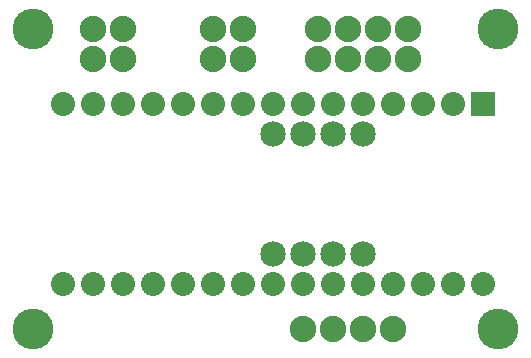
<source format=gbs>
G04 MADE WITH FRITZING*
G04 WWW.FRITZING.ORG*
G04 DOUBLE SIDED*
G04 HOLES PLATED*
G04 CONTOUR ON CENTER OF CONTOUR VECTOR*
%ASAXBY*%
%FSLAX23Y23*%
%MOIN*%
%OFA0B0*%
%SFA1.0B1.0*%
%ADD10C,0.135984*%
%ADD11C,0.080000*%
%ADD12C,0.085000*%
%ADD13C,0.088000*%
%ADD14R,0.080000X0.079972*%
%LNMASK0*%
G90*
G70*
G54D10*
X129Y107D03*
X1679Y107D03*
X129Y1107D03*
X1679Y1107D03*
G54D11*
X1629Y857D03*
X1529Y857D03*
X1429Y857D03*
X1329Y857D03*
X1229Y857D03*
X1129Y857D03*
X1029Y857D03*
X929Y857D03*
X829Y857D03*
X729Y857D03*
X629Y857D03*
X529Y857D03*
X429Y857D03*
X329Y857D03*
X229Y857D03*
X1629Y257D03*
X1529Y257D03*
X1429Y257D03*
X1329Y257D03*
X1229Y257D03*
X1129Y257D03*
X1029Y257D03*
X929Y257D03*
X829Y257D03*
X729Y257D03*
X629Y257D03*
X529Y257D03*
X429Y257D03*
X329Y257D03*
X229Y257D03*
G54D12*
X929Y357D03*
X929Y757D03*
X1029Y357D03*
X1029Y757D03*
X1129Y357D03*
X1129Y757D03*
X1229Y357D03*
X1229Y757D03*
G54D13*
X1379Y1107D03*
X1379Y1007D03*
X1279Y1107D03*
X1279Y1007D03*
X1179Y1107D03*
X1179Y1007D03*
X1079Y1107D03*
X1079Y1007D03*
X1029Y107D03*
X1129Y107D03*
X1229Y107D03*
X1329Y107D03*
X729Y1007D03*
X729Y1107D03*
X829Y1007D03*
X829Y1107D03*
X329Y1007D03*
X329Y1107D03*
X429Y1007D03*
X429Y1107D03*
G54D14*
X1629Y857D03*
G04 End of Mask0*
M02*
</source>
